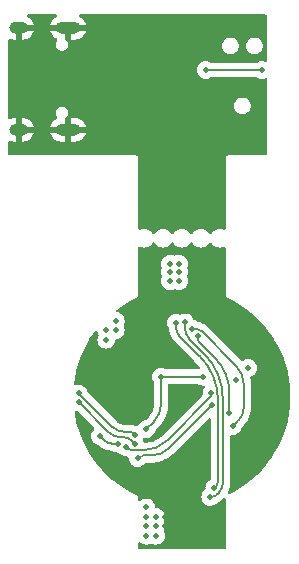
<source format=gbl>
G04 #@! TF.GenerationSoftware,KiCad,Pcbnew,8.0.5-8.0.5-0~ubuntu20.04.1*
G04 #@! TF.CreationDate,2025-01-20T10:50:09+00:00*
G04 #@! TF.ProjectId,servo,73657276-6f2e-46b6-9963-61645f706362,rev?*
G04 #@! TF.SameCoordinates,Original*
G04 #@! TF.FileFunction,Copper,L4,Bot*
G04 #@! TF.FilePolarity,Positive*
%FSLAX46Y46*%
G04 Gerber Fmt 4.6, Leading zero omitted, Abs format (unit mm)*
G04 Created by KiCad (PCBNEW 8.0.5-8.0.5-0~ubuntu20.04.1) date 2025-01-20 10:50:09*
%MOMM*%
%LPD*%
G01*
G04 APERTURE LIST*
G04 #@! TA.AperFunction,ViaPad*
%ADD10C,0.500000*%
G04 #@! TD*
G04 #@! TA.AperFunction,Conductor*
%ADD11C,0.200000*%
G04 #@! TD*
G04 APERTURE END LIST*
G04 #@! TA.AperFunction,ComponentPad*
G36*
G01*
X40910600Y-19280000D02*
X39810600Y-19280000D01*
G75*
G02*
X39310600Y-18780000I0J500000D01*
G01*
X39310600Y-18780000D01*
G75*
G02*
X39810600Y-18280000I500000J0D01*
G01*
X40910600Y-18280000D01*
G75*
G02*
X41410600Y-18780000I0J-500000D01*
G01*
X41410600Y-18780000D01*
G75*
G02*
X40910600Y-19280000I-500000J0D01*
G01*
G37*
G04 #@! TD.AperFunction*
G04 #@! TA.AperFunction,ComponentPad*
G36*
G01*
X36480600Y-19280000D02*
X35880600Y-19280000D01*
G75*
G02*
X35380600Y-18780000I0J500000D01*
G01*
X35380600Y-18780000D01*
G75*
G02*
X35880600Y-18280000I500000J0D01*
G01*
X36480600Y-18280000D01*
G75*
G02*
X36980600Y-18780000I0J-500000D01*
G01*
X36980600Y-18780000D01*
G75*
G02*
X36480600Y-19280000I-500000J0D01*
G01*
G37*
G04 #@! TD.AperFunction*
G04 #@! TA.AperFunction,ComponentPad*
G36*
G01*
X40910600Y-27920000D02*
X39810600Y-27920000D01*
G75*
G02*
X39310600Y-27420000I0J500000D01*
G01*
X39310600Y-27420000D01*
G75*
G02*
X39810600Y-26920000I500000J0D01*
G01*
X40910600Y-26920000D01*
G75*
G02*
X41410600Y-27420000I0J-500000D01*
G01*
X41410600Y-27420000D01*
G75*
G02*
X40910600Y-27920000I-500000J0D01*
G01*
G37*
G04 #@! TD.AperFunction*
G04 #@! TA.AperFunction,ComponentPad*
G36*
G01*
X36480600Y-27920000D02*
X35880600Y-27920000D01*
G75*
G02*
X35380600Y-27420000I0J500000D01*
G01*
X35380600Y-27420000D01*
G75*
G02*
X35880600Y-26920000I500000J0D01*
G01*
X36480600Y-26920000D01*
G75*
G02*
X36980600Y-27420000I0J-500000D01*
G01*
X36980600Y-27420000D01*
G75*
G02*
X36480600Y-27920000I-500000J0D01*
G01*
G37*
G04 #@! TD.AperFunction*
D10*
X50000000Y-55350000D03*
X48000000Y-40250000D03*
X49400000Y-61000000D03*
X44500000Y-50500000D03*
X50000000Y-50000000D03*
X57600000Y-48600000D03*
X46750000Y-42750000D03*
X50200000Y-60200000D03*
X56000000Y-55000000D03*
X43500000Y-49500000D03*
X47750000Y-43750000D03*
X46400000Y-44800000D03*
X46400000Y-46400000D03*
X56600000Y-52600000D03*
X46750000Y-43750000D03*
X45500000Y-24850000D03*
X49400000Y-60200000D03*
X44000000Y-50000000D03*
X48600000Y-61000000D03*
X48600000Y-60200000D03*
X57600000Y-51600000D03*
X56000000Y-56000000D03*
X43500000Y-50500000D03*
X47000000Y-48500000D03*
X44500000Y-49500000D03*
X46400000Y-45600000D03*
X48000000Y-39500000D03*
X45400000Y-44600000D03*
X47750000Y-42750000D03*
X50200000Y-61000000D03*
X56600000Y-47600000D03*
X48229841Y-48320159D03*
X51800000Y-48320159D03*
X47000000Y-52750000D03*
X55600000Y-47600000D03*
X44400000Y-43600000D03*
X47800000Y-61800000D03*
X47000000Y-60200000D03*
X49000000Y-39500000D03*
X43600000Y-45200000D03*
X47000000Y-61800000D03*
X49750000Y-40250000D03*
X43600000Y-44400000D03*
X47000000Y-59400000D03*
X54600000Y-48600000D03*
X44400000Y-44400000D03*
X49000000Y-38750000D03*
X49750000Y-39500000D03*
X47800000Y-60200000D03*
X47000000Y-61000000D03*
X49750000Y-38750000D03*
X47800000Y-61000000D03*
X49000000Y-40250000D03*
X50813909Y-44250000D03*
X54288909Y-52538909D03*
X56750000Y-22350000D03*
X52000000Y-22350000D03*
X51331954Y-44918045D03*
X54013909Y-51400000D03*
X50263909Y-43736091D03*
X52400000Y-58500000D03*
X52750000Y-57750000D03*
X49500000Y-43750000D03*
X46000000Y-54000000D03*
X41250000Y-50500000D03*
X44550000Y-54000000D03*
X43050001Y-53367940D03*
X46250000Y-55250000D03*
X52513909Y-50763909D03*
X45239878Y-54265002D03*
X52500000Y-49750000D03*
X41250000Y-49750000D03*
X46013909Y-53236091D03*
D11*
X47000000Y-52750000D02*
X47614920Y-52135079D01*
X51800000Y-48320159D02*
X48229841Y-48320159D01*
X48229841Y-50650530D02*
X48229841Y-48320159D01*
X48229841Y-50650530D02*
G75*
G02*
X47614899Y-52135058I-2099441J30D01*
G01*
X51127818Y-44250000D02*
X50813909Y-44250000D01*
X55250000Y-50898224D02*
X55250000Y-49074499D01*
X54769454Y-52058363D02*
X54288909Y-52538909D01*
X51663694Y-44471967D02*
X54531420Y-47339693D01*
X54531420Y-47339693D02*
G75*
G02*
X55249997Y-49074499I-1734820J-1734807D01*
G01*
X51663694Y-44471967D02*
G75*
G03*
X51127818Y-44249975I-535894J-535833D01*
G01*
X55250000Y-50898224D02*
G75*
G02*
X54769446Y-52058355I-1640700J24D01*
G01*
X52000000Y-22350000D02*
X56750000Y-22350000D01*
X51331954Y-44918045D02*
X51331954Y-45092156D01*
X54013909Y-49674111D02*
X54013909Y-51400000D01*
X52793521Y-46727835D02*
X51455069Y-45389383D01*
X51331954Y-45092156D02*
G75*
G03*
X51455046Y-45389406I420346J-44D01*
G01*
X52793521Y-46727835D02*
G75*
G02*
X54013888Y-49674111I-2946321J-2946265D01*
G01*
X52400000Y-58500000D02*
X52588909Y-58500000D01*
X50627297Y-45127297D02*
X51870116Y-46370116D01*
X53120863Y-58156954D02*
X52911396Y-58366421D01*
X50263909Y-44250000D02*
X50263909Y-43736091D01*
X53463909Y-57328769D02*
X53463909Y-50217872D01*
X52911396Y-58366421D02*
G75*
G02*
X52588909Y-58499996I-322496J322521D01*
G01*
X53463909Y-57328769D02*
G75*
G02*
X53120874Y-58156965I-1171209J-31D01*
G01*
X50263909Y-44250000D02*
G75*
G03*
X50627296Y-45127298I1240691J0D01*
G01*
X51870116Y-46370116D02*
G75*
G02*
X53463940Y-50217872I-3847716J-3847784D01*
G01*
X52906954Y-57593045D02*
X52750000Y-57750000D01*
X53063909Y-57214123D02*
X53063909Y-50383558D01*
X49500000Y-44157843D02*
X49500000Y-43750000D01*
X49788388Y-44854074D02*
X51470116Y-46535802D01*
X51470116Y-46535802D02*
G75*
G02*
X53063950Y-50383558I-3847716J-3847798D01*
G01*
X49500000Y-44157843D02*
G75*
G03*
X49788414Y-44854048I984600J43D01*
G01*
X53063909Y-57214123D02*
G75*
G02*
X52906949Y-57593040I-535909J23D01*
G01*
X41250000Y-50500000D02*
X43758058Y-53008058D01*
X45061091Y-53450000D02*
X44825000Y-53450000D01*
X45725000Y-53725000D02*
X46000000Y-54000000D01*
X45725000Y-53725000D02*
G75*
G03*
X45061091Y-53450004I-663900J-663900D01*
G01*
X43758058Y-53008058D02*
G75*
G03*
X44825000Y-53449995I1066942J1066958D01*
G01*
X43050001Y-53367940D02*
X43375198Y-53693137D01*
X44550000Y-54000000D02*
X44116030Y-54000000D01*
X43375198Y-53693137D02*
G75*
G03*
X44116030Y-53999977I740802J740837D01*
G01*
X47388909Y-55000000D02*
X46676776Y-55000000D01*
X46375000Y-55125000D02*
X46250000Y-55250000D01*
X48906371Y-54371446D02*
X52513909Y-50763909D01*
X46676776Y-55000000D02*
G75*
G03*
X46375007Y-55125007I24J-426800D01*
G01*
X48906371Y-54371446D02*
G75*
G02*
X47388909Y-55000010I-1517471J1517446D01*
G01*
X52500000Y-49875000D02*
X52500000Y-49750000D01*
X45382377Y-54407501D02*
X45239878Y-54265002D01*
X45726400Y-54550000D02*
X46737438Y-54550000D01*
X52411611Y-50088388D02*
X48807410Y-53692589D01*
X52500000Y-49875000D02*
G75*
G02*
X52411616Y-50088393I-301800J0D01*
G01*
X45382377Y-54407501D02*
G75*
G03*
X45726400Y-54550006I344023J344001D01*
G01*
X48807410Y-53692589D02*
G75*
G02*
X46737438Y-54550021I-2070010J2069989D01*
G01*
X45152818Y-53000000D02*
X45610876Y-53000000D01*
X41263909Y-49750000D02*
X41250000Y-49750000D01*
X46013909Y-53236091D02*
X45895863Y-53118045D01*
X44085876Y-52558058D02*
X41287653Y-49759835D01*
X44085876Y-52558058D02*
G75*
G03*
X45152818Y-52999982I1066924J1066958D01*
G01*
X41287653Y-49759835D02*
G75*
G03*
X41263909Y-49750000I-23753J-23765D01*
G01*
X45895863Y-53118045D02*
G75*
G03*
X45610876Y-53000007I-284963J-284955D01*
G01*
G04 #@! TA.AperFunction,Conductor*
G36*
X41075999Y-51234234D02*
G01*
X41081938Y-51236312D01*
X41081941Y-51236313D01*
X41100961Y-51238455D01*
X41165373Y-51265520D01*
X41174759Y-51273994D01*
X42540989Y-52640225D01*
X42574473Y-52701546D01*
X42569489Y-52771238D01*
X42540989Y-52815585D01*
X42459519Y-52897055D01*
X42369548Y-53040242D01*
X42369546Y-53040245D01*
X42313686Y-53199883D01*
X42294752Y-53367937D01*
X42294752Y-53367942D01*
X42313686Y-53535996D01*
X42369546Y-53695634D01*
X42369548Y-53695637D01*
X42459519Y-53838824D01*
X42459524Y-53838830D01*
X42579110Y-53958416D01*
X42579116Y-53958421D01*
X42722303Y-54048392D01*
X42722309Y-54048395D01*
X42722311Y-54048396D01*
X42881942Y-54104253D01*
X42900926Y-54106391D01*
X42965339Y-54133456D01*
X42974722Y-54141928D01*
X43026961Y-54194163D01*
X43026973Y-54194174D01*
X43198371Y-54325686D01*
X43198376Y-54325689D01*
X43198379Y-54325691D01*
X43385494Y-54433716D01*
X43585108Y-54516393D01*
X43793807Y-54572307D01*
X44008018Y-54600503D01*
X44059335Y-54600501D01*
X44125312Y-54619508D01*
X44222308Y-54680455D01*
X44222310Y-54680456D01*
X44381941Y-54736313D01*
X44423955Y-54741047D01*
X44549997Y-54755249D01*
X44550000Y-54755249D01*
X44550001Y-54755249D01*
X44565513Y-54753501D01*
X44597391Y-54749909D01*
X44666213Y-54761963D01*
X44698957Y-54785448D01*
X44768987Y-54855478D01*
X44768993Y-54855483D01*
X44912180Y-54945454D01*
X44912186Y-54945457D01*
X44912188Y-54945458D01*
X45071819Y-55001315D01*
X45178912Y-55013381D01*
X45221319Y-55026116D01*
X45309121Y-55070856D01*
X45411437Y-55104101D01*
X45469111Y-55143539D01*
X45496309Y-55207898D01*
X45496338Y-55235912D01*
X45494751Y-55250000D01*
X45494751Y-55250002D01*
X45513685Y-55418056D01*
X45569545Y-55577694D01*
X45569547Y-55577697D01*
X45659518Y-55720884D01*
X45659523Y-55720890D01*
X45779109Y-55840476D01*
X45779115Y-55840481D01*
X45922302Y-55930452D01*
X45922305Y-55930454D01*
X45922309Y-55930455D01*
X45922310Y-55930456D01*
X45994913Y-55955860D01*
X46081943Y-55986314D01*
X46249997Y-56005249D01*
X46250000Y-56005249D01*
X46250003Y-56005249D01*
X46418056Y-55986314D01*
X46418059Y-55986313D01*
X46577690Y-55930456D01*
X46577692Y-55930454D01*
X46577694Y-55930454D01*
X46577697Y-55930452D01*
X46720884Y-55840481D01*
X46720885Y-55840480D01*
X46720890Y-55840477D01*
X46840477Y-55720890D01*
X46879662Y-55658526D01*
X46931995Y-55612237D01*
X46984655Y-55600500D01*
X47315998Y-55600500D01*
X47337540Y-55600500D01*
X47337574Y-55600509D01*
X47388912Y-55600509D01*
X47388912Y-55600510D01*
X47523840Y-55600509D01*
X47792396Y-55574057D01*
X48057067Y-55521410D01*
X48170602Y-55486968D01*
X48315295Y-55443076D01*
X48315300Y-55443073D01*
X48315303Y-55443073D01*
X48564616Y-55339802D01*
X48802607Y-55212591D01*
X49026984Y-55062665D01*
X49235584Y-54891469D01*
X49330992Y-54796060D01*
X52251728Y-51875324D01*
X52313051Y-51841839D01*
X52382743Y-51846823D01*
X52438676Y-51888695D01*
X52463093Y-51954159D01*
X52463409Y-51963005D01*
X52463409Y-56975187D01*
X52443724Y-57042226D01*
X52405382Y-57080180D01*
X52279111Y-57159521D01*
X52159523Y-57279109D01*
X52159518Y-57279115D01*
X52069547Y-57422302D01*
X52069545Y-57422305D01*
X52013685Y-57581943D01*
X51994751Y-57749997D01*
X51994751Y-57750000D01*
X51996543Y-57765903D01*
X51998473Y-57783036D01*
X51986417Y-57851857D01*
X51941228Y-57901908D01*
X51929113Y-57909520D01*
X51929107Y-57909525D01*
X51809523Y-58029109D01*
X51809518Y-58029115D01*
X51719547Y-58172302D01*
X51719545Y-58172305D01*
X51663685Y-58331943D01*
X51644751Y-58499997D01*
X51644751Y-58500002D01*
X51663685Y-58668056D01*
X51719545Y-58827694D01*
X51719547Y-58827697D01*
X51809518Y-58970884D01*
X51809523Y-58970890D01*
X51929109Y-59090476D01*
X51929115Y-59090481D01*
X52072302Y-59180452D01*
X52072305Y-59180454D01*
X52072309Y-59180455D01*
X52072310Y-59180456D01*
X52144913Y-59205860D01*
X52231943Y-59236314D01*
X52399997Y-59255249D01*
X52400000Y-59255249D01*
X52400003Y-59255249D01*
X52568056Y-59236314D01*
X52580545Y-59231944D01*
X52727690Y-59180456D01*
X52870890Y-59090477D01*
X52890175Y-59071190D01*
X52939538Y-59040940D01*
X52994482Y-59023089D01*
X53142657Y-58947593D01*
X53277199Y-58849848D01*
X53277209Y-58849837D01*
X53277230Y-58849820D01*
X53280108Y-58846942D01*
X53280112Y-58846940D01*
X53335997Y-58791055D01*
X53387557Y-58739499D01*
X53387557Y-58739498D01*
X53393813Y-58733243D01*
X53393843Y-58733207D01*
X53487820Y-58639231D01*
X53549143Y-58605748D01*
X53618834Y-58610732D01*
X53674768Y-58652604D01*
X53699184Y-58718069D01*
X53699500Y-58726914D01*
X53699500Y-62825500D01*
X53679815Y-62892539D01*
X53627011Y-62938294D01*
X53575500Y-62949500D01*
X46424500Y-62949500D01*
X46357461Y-62929815D01*
X46311706Y-62877011D01*
X46300500Y-62825500D01*
X46300500Y-62461229D01*
X46320185Y-62394190D01*
X46372989Y-62348435D01*
X46442147Y-62338491D01*
X46505703Y-62367516D01*
X46512181Y-62373548D01*
X46529109Y-62390476D01*
X46529115Y-62390481D01*
X46672302Y-62480452D01*
X46672305Y-62480454D01*
X46672309Y-62480455D01*
X46672310Y-62480456D01*
X46744913Y-62505860D01*
X46831943Y-62536314D01*
X46999997Y-62555249D01*
X47000000Y-62555249D01*
X47000003Y-62555249D01*
X47100835Y-62543887D01*
X47168059Y-62536313D01*
X47327690Y-62480456D01*
X47334024Y-62476475D01*
X47401258Y-62457472D01*
X47465975Y-62476475D01*
X47472304Y-62480452D01*
X47472312Y-62480457D01*
X47546020Y-62506248D01*
X47631941Y-62536313D01*
X47673955Y-62541047D01*
X47799997Y-62555249D01*
X47800000Y-62555249D01*
X47800003Y-62555249D01*
X47968056Y-62536314D01*
X47968059Y-62536313D01*
X48127690Y-62480456D01*
X48127692Y-62480454D01*
X48127694Y-62480454D01*
X48127697Y-62480452D01*
X48270884Y-62390481D01*
X48270885Y-62390480D01*
X48270890Y-62390477D01*
X48390477Y-62270890D01*
X48480452Y-62127697D01*
X48480454Y-62127694D01*
X48480454Y-62127692D01*
X48480456Y-62127690D01*
X48536313Y-61968059D01*
X48536313Y-61968058D01*
X48536314Y-61968056D01*
X48555249Y-61800002D01*
X48555249Y-61799997D01*
X48536313Y-61631942D01*
X48480457Y-61472312D01*
X48480456Y-61472310D01*
X48476475Y-61465975D01*
X48457472Y-61398742D01*
X48476475Y-61334024D01*
X48480456Y-61327690D01*
X48536313Y-61168059D01*
X48555249Y-61000000D01*
X48536313Y-60831941D01*
X48480456Y-60672310D01*
X48476475Y-60665975D01*
X48457472Y-60598742D01*
X48476475Y-60534024D01*
X48480456Y-60527690D01*
X48536313Y-60368059D01*
X48555249Y-60200000D01*
X48555249Y-60199997D01*
X48536314Y-60031943D01*
X48480454Y-59872305D01*
X48480452Y-59872302D01*
X48390481Y-59729115D01*
X48390476Y-59729109D01*
X48270890Y-59609523D01*
X48270884Y-59609518D01*
X48127697Y-59519547D01*
X48127694Y-59519545D01*
X47968055Y-59463685D01*
X47858045Y-59451290D01*
X47793631Y-59424223D01*
X47754076Y-59366628D01*
X47748709Y-59341953D01*
X47736314Y-59231944D01*
X47718296Y-59180452D01*
X47680456Y-59072310D01*
X47680455Y-59072309D01*
X47680454Y-59072305D01*
X47680452Y-59072302D01*
X47590481Y-58929115D01*
X47590476Y-58929109D01*
X47470890Y-58809523D01*
X47470884Y-58809518D01*
X47327697Y-58719547D01*
X47327694Y-58719545D01*
X47168056Y-58663685D01*
X47000003Y-58644751D01*
X46999997Y-58644751D01*
X46831943Y-58663685D01*
X46672305Y-58719545D01*
X46672302Y-58719547D01*
X46529115Y-58809518D01*
X46529109Y-58809523D01*
X46512181Y-58826452D01*
X46450858Y-58859937D01*
X46381166Y-58854953D01*
X46325233Y-58813081D01*
X46300816Y-58747617D01*
X46300500Y-58738771D01*
X46300500Y-58635658D01*
X46301403Y-58620719D01*
X46304045Y-58598947D01*
X46302812Y-58592651D01*
X46301096Y-58574966D01*
X46300500Y-58570437D01*
X46294018Y-58546250D01*
X46292107Y-58537999D01*
X46285749Y-58505534D01*
X46285477Y-58505046D01*
X46280785Y-58495334D01*
X46277176Y-58489084D01*
X46261912Y-58462646D01*
X46261044Y-58461115D01*
X46239482Y-58422345D01*
X46210229Y-58395144D01*
X46207014Y-58392043D01*
X46184513Y-58369542D01*
X46184511Y-58369540D01*
X46184508Y-58369538D01*
X46178760Y-58365127D01*
X46169819Y-58357568D01*
X46169778Y-58357530D01*
X46169773Y-58357526D01*
X46143674Y-58345401D01*
X46133921Y-58340332D01*
X46115987Y-58329978D01*
X46108480Y-58326868D01*
X46108528Y-58326751D01*
X46095556Y-58321801D01*
X45597570Y-58070491D01*
X45590507Y-58066634D01*
X45083382Y-57767951D01*
X45076584Y-57763645D01*
X44607813Y-57444880D01*
X44589865Y-57432675D01*
X44583377Y-57427948D01*
X44392424Y-57279109D01*
X44119175Y-57066123D01*
X44112992Y-57060973D01*
X43673227Y-56669794D01*
X43667391Y-56664253D01*
X43253935Y-56245384D01*
X43248471Y-56239477D01*
X42863042Y-55794657D01*
X42857973Y-55788407D01*
X42749556Y-55645519D01*
X42502225Y-55319548D01*
X42497573Y-55312986D01*
X42172968Y-54822013D01*
X42168757Y-54815170D01*
X42157836Y-54796064D01*
X41950724Y-54433714D01*
X41876687Y-54304183D01*
X41872923Y-54297070D01*
X41614619Y-53768233D01*
X41611323Y-53760892D01*
X41438782Y-53340481D01*
X41387854Y-53216391D01*
X41385044Y-53208855D01*
X41340916Y-53077690D01*
X41197367Y-52651015D01*
X41195052Y-52643314D01*
X41150431Y-52475332D01*
X41043954Y-52074482D01*
X41042143Y-52066646D01*
X40928253Y-51489177D01*
X40926962Y-51481286D01*
X40912084Y-51367323D01*
X40922925Y-51298302D01*
X40969362Y-51246097D01*
X41036651Y-51227284D01*
X41075999Y-51234234D01*
G37*
G04 #@! TD.AperFunction*
G04 #@! TA.AperFunction,Conductor*
G36*
X52480243Y-36969948D02*
G01*
X52504992Y-36998509D01*
X52570184Y-37102262D01*
X52697738Y-37229816D01*
X52850478Y-37325789D01*
X53008353Y-37381032D01*
X53020745Y-37385368D01*
X53020750Y-37385369D01*
X53199996Y-37405565D01*
X53200000Y-37405565D01*
X53200004Y-37405565D01*
X53379249Y-37385369D01*
X53379251Y-37385368D01*
X53379255Y-37385368D01*
X53379258Y-37385366D01*
X53379262Y-37385366D01*
X53534545Y-37331030D01*
X53604324Y-37327468D01*
X53664951Y-37362196D01*
X53697179Y-37424190D01*
X53699500Y-37448071D01*
X53699500Y-41364341D01*
X53698597Y-41379279D01*
X53695954Y-41401051D01*
X53697188Y-41407347D01*
X53698902Y-41425021D01*
X53699500Y-41429561D01*
X53705981Y-41453751D01*
X53707892Y-41462005D01*
X53714249Y-41494459D01*
X53714250Y-41494462D01*
X53714251Y-41494466D01*
X53714253Y-41494470D01*
X53714254Y-41494472D01*
X53714531Y-41494971D01*
X53719224Y-41504684D01*
X53738044Y-41537281D01*
X53738995Y-41538957D01*
X53760518Y-41577655D01*
X53760519Y-41577656D01*
X53760520Y-41577657D01*
X53789740Y-41604827D01*
X53792958Y-41607929D01*
X53815486Y-41630457D01*
X53815491Y-41630462D01*
X53821237Y-41634871D01*
X53830182Y-41642433D01*
X53830227Y-41642474D01*
X53856323Y-41654597D01*
X53866068Y-41659661D01*
X53884011Y-41670021D01*
X53884013Y-41670022D01*
X53891519Y-41673131D01*
X53891470Y-41673247D01*
X53904440Y-41678197D01*
X54242882Y-41848992D01*
X54402429Y-41929508D01*
X54409492Y-41933365D01*
X54916617Y-42232048D01*
X54923416Y-42236354D01*
X55410139Y-42567328D01*
X55416616Y-42572047D01*
X55648727Y-42752966D01*
X55880824Y-42933876D01*
X55887007Y-42939026D01*
X56326772Y-43330205D01*
X56332608Y-43335746D01*
X56746064Y-43754615D01*
X56751528Y-43760522D01*
X57136957Y-44205342D01*
X57142026Y-44211592D01*
X57497772Y-44680448D01*
X57502426Y-44687013D01*
X57827024Y-45177976D01*
X57831242Y-45184829D01*
X58123312Y-45695816D01*
X58127076Y-45702929D01*
X58385380Y-46231766D01*
X58388676Y-46239107D01*
X58612143Y-46783604D01*
X58614955Y-46791144D01*
X58802630Y-47348979D01*
X58804947Y-47356685D01*
X58956043Y-47925512D01*
X58957856Y-47933353D01*
X59071741Y-48510797D01*
X59073041Y-48518738D01*
X59149231Y-49102349D01*
X59150013Y-49110358D01*
X59188189Y-49697678D01*
X59188450Y-49705721D01*
X59188450Y-50294278D01*
X59188189Y-50302321D01*
X59150013Y-50889641D01*
X59149231Y-50897650D01*
X59073041Y-51481261D01*
X59071741Y-51489202D01*
X58957856Y-52066646D01*
X58956043Y-52074487D01*
X58804947Y-52643314D01*
X58802630Y-52651020D01*
X58614955Y-53208855D01*
X58612143Y-53216395D01*
X58388676Y-53760892D01*
X58385380Y-53768233D01*
X58127076Y-54297070D01*
X58123312Y-54304183D01*
X57831242Y-54815170D01*
X57827024Y-54822023D01*
X57502426Y-55312986D01*
X57497772Y-55319551D01*
X57142026Y-55788407D01*
X57136957Y-55794657D01*
X56751528Y-56239477D01*
X56746064Y-56245384D01*
X56332608Y-56664253D01*
X56326772Y-56669794D01*
X55887007Y-57060973D01*
X55880824Y-57066123D01*
X55416630Y-57427942D01*
X55410126Y-57432681D01*
X54923415Y-57763645D01*
X54916617Y-57767951D01*
X54409492Y-58066634D01*
X54402429Y-58070491D01*
X54069513Y-58238498D01*
X54000794Y-58251128D01*
X53936156Y-58224601D01*
X53896121Y-58167339D01*
X53893399Y-58097522D01*
X53899080Y-58080357D01*
X53973995Y-57899490D01*
X54034102Y-57675148D01*
X54064412Y-57444880D01*
X54064409Y-57328753D01*
X54064409Y-57315470D01*
X54064409Y-53407619D01*
X54084094Y-53340580D01*
X54136898Y-53294825D01*
X54202293Y-53284399D01*
X54288906Y-53294158D01*
X54288909Y-53294158D01*
X54288912Y-53294158D01*
X54456965Y-53275223D01*
X54471097Y-53270278D01*
X54616599Y-53219365D01*
X54616601Y-53219363D01*
X54616603Y-53219363D01*
X54616606Y-53219361D01*
X54759793Y-53129390D01*
X54759794Y-53129389D01*
X54759799Y-53129386D01*
X54879386Y-53009799D01*
X54879390Y-53009793D01*
X54969361Y-52866606D01*
X54969364Y-52866600D01*
X54969365Y-52866599D01*
X55025222Y-52706968D01*
X55027365Y-52687946D01*
X55054428Y-52623534D01*
X55062884Y-52614167D01*
X55249974Y-52427078D01*
X55249975Y-52427075D01*
X55256074Y-52420977D01*
X55256178Y-52420857D01*
X55283059Y-52393977D01*
X55440007Y-52197173D01*
X55573933Y-51984034D01*
X55683153Y-51757241D01*
X55766294Y-51519645D01*
X55822311Y-51274234D01*
X55841549Y-51103511D01*
X55850498Y-51024097D01*
X55850498Y-50991727D01*
X55850500Y-50991710D01*
X55850500Y-50854141D01*
X55850501Y-50825319D01*
X55850500Y-50825314D01*
X55850500Y-48995442D01*
X55850500Y-48987383D01*
X55850496Y-48987321D01*
X55850496Y-48924474D01*
X55850120Y-48920659D01*
X55821085Y-48625861D01*
X55784803Y-48443458D01*
X55791030Y-48373870D01*
X55833893Y-48318693D01*
X55865463Y-48302229D01*
X55927690Y-48280456D01*
X55927693Y-48280453D01*
X55927697Y-48280452D01*
X56070884Y-48190481D01*
X56070885Y-48190480D01*
X56070890Y-48190477D01*
X56190477Y-48070890D01*
X56190481Y-48070884D01*
X56280452Y-47927697D01*
X56280454Y-47927694D01*
X56280454Y-47927692D01*
X56280456Y-47927690D01*
X56336313Y-47768059D01*
X56336313Y-47768058D01*
X56336314Y-47768056D01*
X56355249Y-47600002D01*
X56355249Y-47599997D01*
X56336314Y-47431943D01*
X56280454Y-47272305D01*
X56280452Y-47272302D01*
X56190481Y-47129115D01*
X56190476Y-47129109D01*
X56070890Y-47009523D01*
X56070884Y-47009518D01*
X55927697Y-46919547D01*
X55927694Y-46919545D01*
X55768056Y-46863685D01*
X55600003Y-46844751D01*
X55599997Y-46844751D01*
X55431943Y-46863685D01*
X55272307Y-46919545D01*
X55207231Y-46960436D01*
X55166730Y-46985885D01*
X55164554Y-46987252D01*
X55097318Y-47006252D01*
X55030482Y-46985885D01*
X55010901Y-46969939D01*
X52026742Y-43985780D01*
X52026504Y-43985571D01*
X52025375Y-43984442D01*
X52025372Y-43984440D01*
X52025371Y-43984439D01*
X52025366Y-43984434D01*
X51884105Y-43876029D01*
X51884099Y-43876025D01*
X51884097Y-43876024D01*
X51822829Y-43840647D01*
X51729902Y-43786990D01*
X51729897Y-43786988D01*
X51729888Y-43786983D01*
X51565401Y-43718843D01*
X51393404Y-43672750D01*
X51309486Y-43661699D01*
X51259704Y-43643754D01*
X51141599Y-43569544D01*
X51141595Y-43569542D01*
X51037463Y-43533104D01*
X50980687Y-43492382D01*
X50961376Y-43457017D01*
X50952602Y-43431943D01*
X50944365Y-43408401D01*
X50944364Y-43408398D01*
X50944361Y-43408393D01*
X50854390Y-43265206D01*
X50854385Y-43265200D01*
X50734799Y-43145614D01*
X50734793Y-43145609D01*
X50591606Y-43055638D01*
X50591603Y-43055636D01*
X50431965Y-42999776D01*
X50263912Y-42980842D01*
X50263906Y-42980842D01*
X50095852Y-42999776D01*
X49936215Y-43055636D01*
X49933733Y-43057196D01*
X49931903Y-43057712D01*
X49929947Y-43058655D01*
X49929781Y-43058312D01*
X49866494Y-43076189D01*
X49826817Y-43069238D01*
X49668057Y-43013686D01*
X49500003Y-42994751D01*
X49499997Y-42994751D01*
X49331943Y-43013685D01*
X49172305Y-43069545D01*
X49172302Y-43069547D01*
X49029115Y-43159518D01*
X49029109Y-43159523D01*
X48909523Y-43279109D01*
X48909518Y-43279115D01*
X48819547Y-43422302D01*
X48819545Y-43422305D01*
X48763685Y-43581943D01*
X48744751Y-43749997D01*
X48744751Y-43750002D01*
X48763685Y-43918056D01*
X48791919Y-43998742D01*
X48817661Y-44072310D01*
X48819545Y-44077692D01*
X48880461Y-44174639D01*
X48899467Y-44240601D01*
X48899468Y-44261761D01*
X48926599Y-44467776D01*
X48926601Y-44467785D01*
X48980386Y-44668478D01*
X48980389Y-44668485D01*
X49059916Y-44860455D01*
X49059917Y-44860456D01*
X49059917Y-44860457D01*
X49163815Y-45040397D01*
X49163819Y-45040402D01*
X49290321Y-45205248D01*
X49343123Y-45258046D01*
X49346347Y-45261269D01*
X49346348Y-45261271D01*
X49372076Y-45286997D01*
X49372079Y-45287000D01*
X51043790Y-46958712D01*
X51047164Y-46962221D01*
X51300221Y-47235971D01*
X51306544Y-47243374D01*
X51417426Y-47384024D01*
X51484979Y-47469713D01*
X51511025Y-47534546D01*
X51497885Y-47603169D01*
X51453574Y-47651474D01*
X51375310Y-47700652D01*
X51309337Y-47719659D01*
X48720504Y-47719659D01*
X48654532Y-47700653D01*
X48654530Y-47700652D01*
X48624576Y-47681830D01*
X48557533Y-47639704D01*
X48557532Y-47639703D01*
X48557531Y-47639703D01*
X48519211Y-47626294D01*
X48397897Y-47583844D01*
X48229844Y-47564910D01*
X48229838Y-47564910D01*
X48061784Y-47583844D01*
X47902146Y-47639704D01*
X47902143Y-47639706D01*
X47758956Y-47729677D01*
X47758950Y-47729682D01*
X47639364Y-47849268D01*
X47639359Y-47849274D01*
X47549388Y-47992461D01*
X47549386Y-47992464D01*
X47493526Y-48152102D01*
X47474592Y-48320156D01*
X47474592Y-48320161D01*
X47493527Y-48488216D01*
X47549385Y-48647849D01*
X47610334Y-48744848D01*
X47629341Y-48810821D01*
X47629341Y-50646466D01*
X47629075Y-50654579D01*
X47617045Y-50838062D01*
X47614928Y-50854141D01*
X47579846Y-51030501D01*
X47575648Y-51046169D01*
X47517842Y-51216451D01*
X47511634Y-51231437D01*
X47432101Y-51392706D01*
X47423991Y-51406752D01*
X47324089Y-51556261D01*
X47314214Y-51569130D01*
X47192673Y-51707714D01*
X47187128Y-51713634D01*
X46924758Y-51976004D01*
X46863435Y-52009489D01*
X46850966Y-52011543D01*
X46840437Y-52012729D01*
X46831941Y-52013687D01*
X46831940Y-52013687D01*
X46672307Y-52069544D01*
X46672302Y-52069547D01*
X46529115Y-52159518D01*
X46529109Y-52159523D01*
X46409523Y-52279109D01*
X46409518Y-52279115D01*
X46319548Y-52422300D01*
X46316526Y-52428578D01*
X46314402Y-52427555D01*
X46280113Y-52475332D01*
X46215152Y-52501058D01*
X46189025Y-52499323D01*
X46188887Y-52500557D01*
X46032794Y-52482969D01*
X45999220Y-52474308D01*
X45996080Y-52473007D01*
X45845855Y-52424202D01*
X45845851Y-52424201D01*
X45696529Y-52400557D01*
X45694221Y-52400065D01*
X45691122Y-52399656D01*
X45690025Y-52399496D01*
X45689825Y-52399496D01*
X45610840Y-52399500D01*
X45157683Y-52399500D01*
X45147957Y-52399118D01*
X45108202Y-52395989D01*
X45020431Y-52389083D01*
X45001213Y-52386039D01*
X44881596Y-52357323D01*
X44863090Y-52351311D01*
X44749416Y-52304227D01*
X44732085Y-52295396D01*
X44627180Y-52231113D01*
X44611449Y-52219684D01*
X44514344Y-52136751D01*
X44507193Y-52130140D01*
X42019654Y-49642601D01*
X41989575Y-49588177D01*
X41988613Y-49588514D01*
X41986630Y-49582848D01*
X41986444Y-49582511D01*
X41986315Y-49581948D01*
X41953025Y-49486811D01*
X41930456Y-49422310D01*
X41930455Y-49422309D01*
X41930454Y-49422305D01*
X41930452Y-49422302D01*
X41840481Y-49279115D01*
X41840476Y-49279109D01*
X41720890Y-49159523D01*
X41720884Y-49159518D01*
X41577697Y-49069547D01*
X41577694Y-49069545D01*
X41418056Y-49013685D01*
X41250003Y-48994751D01*
X41249997Y-48994751D01*
X41081940Y-49013686D01*
X41081937Y-49013687D01*
X41041794Y-49027733D01*
X40972016Y-49031294D01*
X40911389Y-48996564D01*
X40879163Y-48934570D01*
X40877885Y-48894639D01*
X40926962Y-48518708D01*
X40928252Y-48510827D01*
X41042145Y-47933342D01*
X41043956Y-47925512D01*
X41064207Y-47849274D01*
X41195055Y-47356672D01*
X41197369Y-47348979D01*
X41223164Y-47272310D01*
X41385049Y-46791130D01*
X41387850Y-46783618D01*
X41611324Y-46239104D01*
X41614619Y-46231766D01*
X41872923Y-45702929D01*
X41876687Y-45695816D01*
X42168771Y-45184805D01*
X42172960Y-45178000D01*
X42497585Y-44686995D01*
X42502214Y-44680465D01*
X42640669Y-44497988D01*
X42696873Y-44456481D01*
X42766595Y-44451948D01*
X42827700Y-44485830D01*
X42860787Y-44547369D01*
X42862672Y-44559057D01*
X42863685Y-44568056D01*
X42896853Y-44662844D01*
X42919544Y-44727690D01*
X42921173Y-44730284D01*
X42923529Y-44734033D01*
X42942525Y-44801270D01*
X42923529Y-44865967D01*
X42919545Y-44872308D01*
X42863685Y-45031943D01*
X42844751Y-45199997D01*
X42844751Y-45200002D01*
X42863685Y-45368056D01*
X42919545Y-45527694D01*
X42919547Y-45527697D01*
X43009518Y-45670884D01*
X43009523Y-45670890D01*
X43129109Y-45790476D01*
X43129115Y-45790481D01*
X43272302Y-45880452D01*
X43272305Y-45880454D01*
X43272309Y-45880455D01*
X43272310Y-45880456D01*
X43344913Y-45905860D01*
X43431943Y-45936314D01*
X43599997Y-45955249D01*
X43600000Y-45955249D01*
X43600003Y-45955249D01*
X43768056Y-45936314D01*
X43768059Y-45936313D01*
X43927690Y-45880456D01*
X43927692Y-45880454D01*
X43927694Y-45880454D01*
X43927697Y-45880452D01*
X44070884Y-45790481D01*
X44070885Y-45790480D01*
X44070890Y-45790477D01*
X44190477Y-45670890D01*
X44280452Y-45527697D01*
X44280454Y-45527694D01*
X44280454Y-45527692D01*
X44280456Y-45527690D01*
X44336313Y-45368059D01*
X44336313Y-45368057D01*
X44336314Y-45368055D01*
X44348709Y-45258046D01*
X44375775Y-45193632D01*
X44433370Y-45154077D01*
X44458046Y-45148709D01*
X44568055Y-45136314D01*
X44568057Y-45136313D01*
X44568059Y-45136313D01*
X44727690Y-45080456D01*
X44727692Y-45080454D01*
X44727694Y-45080454D01*
X44727697Y-45080452D01*
X44870884Y-44990481D01*
X44870885Y-44990480D01*
X44870890Y-44990477D01*
X44990477Y-44870890D01*
X44990481Y-44870884D01*
X45080452Y-44727697D01*
X45080454Y-44727694D01*
X45080455Y-44727691D01*
X45080456Y-44727690D01*
X45136313Y-44568059D01*
X45136313Y-44568058D01*
X45136314Y-44568056D01*
X45155249Y-44400002D01*
X45155249Y-44399997D01*
X45136313Y-44231942D01*
X45129192Y-44211592D01*
X45106248Y-44146020D01*
X45080457Y-44072312D01*
X45080456Y-44072310D01*
X45076475Y-44065975D01*
X45057472Y-43998742D01*
X45076475Y-43934024D01*
X45080456Y-43927690D01*
X45136313Y-43768059D01*
X45148695Y-43658164D01*
X45155249Y-43600002D01*
X45155249Y-43599997D01*
X45136314Y-43431943D01*
X45080454Y-43272305D01*
X45080452Y-43272302D01*
X44990481Y-43129115D01*
X44990476Y-43129109D01*
X44870890Y-43009523D01*
X44870884Y-43009518D01*
X44727697Y-42919547D01*
X44727694Y-42919545D01*
X44568056Y-42863686D01*
X44556759Y-42862413D01*
X44492346Y-42835345D01*
X44452792Y-42777749D01*
X44450656Y-42707912D01*
X44486616Y-42648006D01*
X44494403Y-42641402D01*
X44583397Y-42572036D01*
X44589845Y-42567338D01*
X45076597Y-42236345D01*
X45083369Y-42232055D01*
X45590514Y-41933360D01*
X45597563Y-41929511D01*
X46095559Y-41678196D01*
X46108522Y-41673251D01*
X46108474Y-41673134D01*
X46115983Y-41670023D01*
X46115984Y-41670022D01*
X46115989Y-41670021D01*
X46133941Y-41659655D01*
X46143675Y-41654597D01*
X46169773Y-41642474D01*
X46169817Y-41642433D01*
X46178781Y-41634855D01*
X46184503Y-41630464D01*
X46184511Y-41630460D01*
X46207026Y-41607943D01*
X46210211Y-41604871D01*
X46239482Y-41577655D01*
X46261060Y-41538855D01*
X46261864Y-41537436D01*
X46280021Y-41505989D01*
X46280022Y-41505983D01*
X46280793Y-41504649D01*
X46285474Y-41494959D01*
X46285749Y-41494466D01*
X46292106Y-41462005D01*
X46294021Y-41453740D01*
X46300500Y-41429564D01*
X46301095Y-41425038D01*
X46302812Y-41407347D01*
X46304045Y-41401051D01*
X46301403Y-41379279D01*
X46300500Y-41364341D01*
X46300500Y-38749997D01*
X48244751Y-38749997D01*
X48244751Y-38750002D01*
X48263685Y-38918056D01*
X48321768Y-39084045D01*
X48325329Y-39153824D01*
X48321768Y-39165955D01*
X48263685Y-39331943D01*
X48244751Y-39499997D01*
X48244751Y-39500002D01*
X48263685Y-39668056D01*
X48321768Y-39834045D01*
X48325329Y-39903824D01*
X48321768Y-39915955D01*
X48263685Y-40081943D01*
X48244751Y-40249997D01*
X48244751Y-40250002D01*
X48263685Y-40418056D01*
X48319545Y-40577694D01*
X48319547Y-40577697D01*
X48409518Y-40720884D01*
X48409523Y-40720890D01*
X48529109Y-40840476D01*
X48529115Y-40840481D01*
X48672302Y-40930452D01*
X48672305Y-40930454D01*
X48672309Y-40930455D01*
X48672310Y-40930456D01*
X48744913Y-40955860D01*
X48831943Y-40986314D01*
X48999997Y-41005249D01*
X49000000Y-41005249D01*
X49000003Y-41005249D01*
X49168059Y-40986313D01*
X49168060Y-40986313D01*
X49257237Y-40955108D01*
X49327690Y-40930456D01*
X49327690Y-40930455D01*
X49334045Y-40928232D01*
X49403824Y-40924670D01*
X49415955Y-40928232D01*
X49422309Y-40930455D01*
X49422310Y-40930456D01*
X49465918Y-40945715D01*
X49581939Y-40986313D01*
X49749997Y-41005249D01*
X49750000Y-41005249D01*
X49750003Y-41005249D01*
X49918056Y-40986314D01*
X49918059Y-40986313D01*
X50077690Y-40930456D01*
X50077692Y-40930454D01*
X50077694Y-40930454D01*
X50077697Y-40930452D01*
X50220884Y-40840481D01*
X50220885Y-40840480D01*
X50220890Y-40840477D01*
X50340477Y-40720890D01*
X50430452Y-40577697D01*
X50430454Y-40577694D01*
X50430454Y-40577692D01*
X50430456Y-40577690D01*
X50486313Y-40418059D01*
X50486313Y-40418058D01*
X50486314Y-40418056D01*
X50505249Y-40250002D01*
X50505249Y-40249997D01*
X50486313Y-40081940D01*
X50486313Y-40081939D01*
X50428232Y-39915955D01*
X50424670Y-39846176D01*
X50428232Y-39834045D01*
X50486313Y-39668060D01*
X50486313Y-39668059D01*
X50505249Y-39500002D01*
X50505249Y-39499997D01*
X50486313Y-39331940D01*
X50486313Y-39331939D01*
X50428232Y-39165955D01*
X50424670Y-39096176D01*
X50428232Y-39084045D01*
X50486313Y-38918060D01*
X50486313Y-38918059D01*
X50505249Y-38750002D01*
X50505249Y-38749997D01*
X50486314Y-38581943D01*
X50430454Y-38422305D01*
X50430452Y-38422302D01*
X50340481Y-38279115D01*
X50340476Y-38279109D01*
X50220890Y-38159523D01*
X50220884Y-38159518D01*
X50077697Y-38069547D01*
X50077694Y-38069545D01*
X49918056Y-38013685D01*
X49750003Y-37994751D01*
X49749997Y-37994751D01*
X49581943Y-38013685D01*
X49447190Y-38060838D01*
X49422310Y-38069544D01*
X49422309Y-38069544D01*
X49415955Y-38071768D01*
X49346176Y-38075329D01*
X49334045Y-38071768D01*
X49327690Y-38069544D01*
X49294077Y-38057782D01*
X49168056Y-38013685D01*
X49000003Y-37994751D01*
X48999997Y-37994751D01*
X48831943Y-38013685D01*
X48672305Y-38069545D01*
X48672302Y-38069547D01*
X48529115Y-38159518D01*
X48529109Y-38159523D01*
X48409523Y-38279109D01*
X48409518Y-38279115D01*
X48319547Y-38422302D01*
X48319545Y-38422305D01*
X48263685Y-38581943D01*
X48244751Y-38749997D01*
X46300500Y-38749997D01*
X46300500Y-37448071D01*
X46320185Y-37381032D01*
X46372989Y-37335277D01*
X46442147Y-37325333D01*
X46465455Y-37331030D01*
X46620737Y-37385366D01*
X46620743Y-37385367D01*
X46620745Y-37385368D01*
X46620746Y-37385368D01*
X46620750Y-37385369D01*
X46799996Y-37405565D01*
X46800000Y-37405565D01*
X46800004Y-37405565D01*
X46979249Y-37385369D01*
X46979252Y-37385368D01*
X46979255Y-37385368D01*
X47149522Y-37325789D01*
X47302262Y-37229816D01*
X47429816Y-37102262D01*
X47495007Y-36998510D01*
X47547341Y-36952221D01*
X47616394Y-36941573D01*
X47680243Y-36969948D01*
X47704992Y-36998509D01*
X47770184Y-37102262D01*
X47897738Y-37229816D01*
X48050478Y-37325789D01*
X48208353Y-37381032D01*
X48220745Y-37385368D01*
X48220750Y-37385369D01*
X48399996Y-37405565D01*
X48400000Y-37405565D01*
X48400004Y-37405565D01*
X48579249Y-37385369D01*
X48579252Y-37385368D01*
X48579255Y-37385368D01*
X48749522Y-37325789D01*
X48902262Y-37229816D01*
X49029816Y-37102262D01*
X49095007Y-36998510D01*
X49147341Y-36952221D01*
X49216394Y-36941573D01*
X49280243Y-36969948D01*
X49304992Y-36998509D01*
X49370184Y-37102262D01*
X49497738Y-37229816D01*
X49650478Y-37325789D01*
X49808353Y-37381032D01*
X49820745Y-37385368D01*
X49820750Y-37385369D01*
X49999996Y-37405565D01*
X50000000Y-37405565D01*
X50000004Y-37405565D01*
X50179249Y-37385369D01*
X50179252Y-37385368D01*
X50179255Y-37385368D01*
X50349522Y-37325789D01*
X50502262Y-37229816D01*
X50629816Y-37102262D01*
X50695007Y-36998510D01*
X50747341Y-36952221D01*
X50816394Y-36941573D01*
X50880243Y-36969948D01*
X50904992Y-36998509D01*
X50970184Y-37102262D01*
X51097738Y-37229816D01*
X51250478Y-37325789D01*
X51408353Y-37381032D01*
X51420745Y-37385368D01*
X51420750Y-37385369D01*
X51599996Y-37405565D01*
X51600000Y-37405565D01*
X51600004Y-37405565D01*
X51779249Y-37385369D01*
X51779252Y-37385368D01*
X51779255Y-37385368D01*
X51949522Y-37325789D01*
X52102262Y-37229816D01*
X52229816Y-37102262D01*
X52295007Y-36998510D01*
X52347341Y-36952221D01*
X52416394Y-36941573D01*
X52480243Y-36969948D01*
G37*
G04 #@! TD.AperFunction*
G04 #@! TA.AperFunction,Conductor*
G36*
X51375308Y-48939664D02*
G01*
X51472310Y-49000615D01*
X51593621Y-49043063D01*
X51631943Y-49056473D01*
X51739417Y-49068581D01*
X51800000Y-49075408D01*
X51801335Y-49075257D01*
X51802195Y-49075408D01*
X51806964Y-49075408D01*
X51806964Y-49076243D01*
X51870156Y-49087309D01*
X51921537Y-49134655D01*
X51939165Y-49202264D01*
X51917442Y-49268671D01*
X51912175Y-49275784D01*
X51909519Y-49279113D01*
X51819547Y-49422302D01*
X51819545Y-49422305D01*
X51763685Y-49581943D01*
X51744751Y-49749997D01*
X51744751Y-49750001D01*
X51753863Y-49830873D01*
X51741809Y-49899695D01*
X51718324Y-49932438D01*
X48385263Y-53265500D01*
X48380209Y-53270278D01*
X48193413Y-53437211D01*
X48182542Y-53445881D01*
X47981088Y-53588822D01*
X47969314Y-53596220D01*
X47753130Y-53715703D01*
X47740602Y-53721737D01*
X47512381Y-53816272D01*
X47499256Y-53820864D01*
X47261909Y-53889245D01*
X47248352Y-53892340D01*
X47004824Y-53933720D01*
X46991005Y-53935277D01*
X46866532Y-53942268D01*
X46798495Y-53926374D01*
X46749851Y-53876219D01*
X46738292Y-53838631D01*
X46737863Y-53838730D01*
X46736539Y-53832931D01*
X46736358Y-53832341D01*
X46736313Y-53831941D01*
X46680760Y-53673181D01*
X46677200Y-53603404D01*
X46692814Y-53566249D01*
X46694365Y-53563781D01*
X46694365Y-53563779D01*
X46694367Y-53563777D01*
X46697388Y-53557505D01*
X46699524Y-53558533D01*
X46733733Y-53510807D01*
X46798677Y-53485039D01*
X46824880Y-53486782D01*
X46825021Y-53485534D01*
X46999997Y-53505249D01*
X47000000Y-53505249D01*
X47000003Y-53505249D01*
X47168056Y-53486314D01*
X47171700Y-53485039D01*
X47327690Y-53430456D01*
X47327692Y-53430454D01*
X47327694Y-53430454D01*
X47327697Y-53430452D01*
X47470884Y-53340481D01*
X47470885Y-53340480D01*
X47470890Y-53340477D01*
X47590477Y-53220890D01*
X47591435Y-53219365D01*
X47680452Y-53077697D01*
X47680455Y-53077691D01*
X47680456Y-53077690D01*
X47736313Y-52918059D01*
X47738456Y-52899037D01*
X47765519Y-52834625D01*
X47773975Y-52825257D01*
X48095440Y-52503794D01*
X48095442Y-52503789D01*
X48101151Y-52498081D01*
X48101409Y-52497787D01*
X48146723Y-52452474D01*
X48146723Y-52452473D01*
X48146727Y-52452470D01*
X48335806Y-52215381D01*
X48497151Y-51958613D01*
X48628733Y-51685393D01*
X48728896Y-51399160D01*
X48796380Y-51103511D01*
X48830339Y-50802165D01*
X48830339Y-50747954D01*
X48830341Y-50747941D01*
X48830341Y-50639992D01*
X48830342Y-50577625D01*
X48830341Y-50577620D01*
X48830341Y-49044659D01*
X48850026Y-48977620D01*
X48902830Y-48931865D01*
X48954341Y-48920659D01*
X51309337Y-48920659D01*
X51375308Y-48939664D01*
G37*
G04 #@! TD.AperFunction*
G04 #@! TA.AperFunction,Conductor*
G36*
X39374903Y-17670185D02*
G01*
X39420658Y-17722989D01*
X39430602Y-17792147D01*
X39401577Y-17855703D01*
X39365275Y-17884409D01*
X39257470Y-17940721D01*
X39099846Y-18069246D01*
X38971321Y-18226870D01*
X38877157Y-18407137D01*
X38842003Y-18530000D01*
X39615625Y-18530000D01*
X39580530Y-18565095D01*
X39534452Y-18644905D01*
X39510600Y-18733922D01*
X39510600Y-18826078D01*
X39534452Y-18915095D01*
X39580530Y-18994905D01*
X39615625Y-19030000D01*
X38842003Y-19030000D01*
X38877157Y-19152862D01*
X38971321Y-19333129D01*
X39099846Y-19490753D01*
X39257468Y-19619277D01*
X39384130Y-19685440D01*
X39434437Y-19733927D01*
X39450544Y-19801915D01*
X39427337Y-19867818D01*
X39414404Y-19883026D01*
X39410094Y-19887335D01*
X39410092Y-19887338D01*
X39340913Y-20007161D01*
X39340912Y-20007164D01*
X39305100Y-20140817D01*
X39305100Y-20279182D01*
X39340912Y-20412835D01*
X39340913Y-20412838D01*
X39410092Y-20532661D01*
X39410094Y-20532664D01*
X39410095Y-20532665D01*
X39507935Y-20630505D01*
X39627764Y-20699688D01*
X39761417Y-20735500D01*
X39761419Y-20735500D01*
X39899781Y-20735500D01*
X39899783Y-20735500D01*
X40033436Y-20699688D01*
X40153265Y-20630505D01*
X40251105Y-20532665D01*
X40320288Y-20412836D01*
X40356100Y-20279183D01*
X40356100Y-20241465D01*
X53403200Y-20241465D01*
X53403200Y-20378534D01*
X53429937Y-20512949D01*
X53429940Y-20512961D01*
X53482386Y-20639578D01*
X53482393Y-20639591D01*
X53558536Y-20753546D01*
X53558539Y-20753550D01*
X53655449Y-20850460D01*
X53655453Y-20850463D01*
X53769408Y-20926606D01*
X53769421Y-20926613D01*
X53896038Y-20979059D01*
X53896043Y-20979061D01*
X54030465Y-21005799D01*
X54030469Y-21005800D01*
X54030470Y-21005800D01*
X54167531Y-21005800D01*
X54167532Y-21005799D01*
X54301957Y-20979061D01*
X54428585Y-20926610D01*
X54542547Y-20850463D01*
X54639463Y-20753547D01*
X54715610Y-20639585D01*
X54768061Y-20512957D01*
X54794800Y-20378530D01*
X54794800Y-20241470D01*
X54794799Y-20241465D01*
X55435200Y-20241465D01*
X55435200Y-20378534D01*
X55461937Y-20512949D01*
X55461940Y-20512961D01*
X55514386Y-20639578D01*
X55514393Y-20639591D01*
X55590536Y-20753546D01*
X55590539Y-20753550D01*
X55687449Y-20850460D01*
X55687453Y-20850463D01*
X55801408Y-20926606D01*
X55801421Y-20926613D01*
X55928038Y-20979059D01*
X55928043Y-20979061D01*
X56062465Y-21005799D01*
X56062469Y-21005800D01*
X56062470Y-21005800D01*
X56199531Y-21005800D01*
X56199532Y-21005799D01*
X56333957Y-20979061D01*
X56460585Y-20926610D01*
X56574547Y-20850463D01*
X56671463Y-20753547D01*
X56747610Y-20639585D01*
X56800061Y-20512957D01*
X56826800Y-20378530D01*
X56826800Y-20241470D01*
X56800061Y-20107043D01*
X56758689Y-20007161D01*
X56747613Y-19980421D01*
X56747606Y-19980408D01*
X56671463Y-19866453D01*
X56671460Y-19866449D01*
X56574550Y-19769539D01*
X56574546Y-19769536D01*
X56460591Y-19693393D01*
X56460578Y-19693386D01*
X56333961Y-19640940D01*
X56333949Y-19640937D01*
X56199534Y-19614200D01*
X56199530Y-19614200D01*
X56062470Y-19614200D01*
X56062465Y-19614200D01*
X55928050Y-19640937D01*
X55928038Y-19640940D01*
X55801421Y-19693386D01*
X55801408Y-19693393D01*
X55687453Y-19769536D01*
X55687449Y-19769539D01*
X55590539Y-19866449D01*
X55590536Y-19866453D01*
X55514393Y-19980408D01*
X55514386Y-19980421D01*
X55461940Y-20107038D01*
X55461937Y-20107050D01*
X55435200Y-20241465D01*
X54794799Y-20241465D01*
X54768061Y-20107043D01*
X54726689Y-20007161D01*
X54715613Y-19980421D01*
X54715606Y-19980408D01*
X54639463Y-19866453D01*
X54639460Y-19866449D01*
X54542550Y-19769539D01*
X54542546Y-19769536D01*
X54428591Y-19693393D01*
X54428578Y-19693386D01*
X54301961Y-19640940D01*
X54301949Y-19640937D01*
X54167534Y-19614200D01*
X54167530Y-19614200D01*
X54030470Y-19614200D01*
X54030465Y-19614200D01*
X53896050Y-19640937D01*
X53896038Y-19640940D01*
X53769421Y-19693386D01*
X53769408Y-19693393D01*
X53655453Y-19769536D01*
X53655449Y-19769539D01*
X53558539Y-19866449D01*
X53558536Y-19866453D01*
X53482393Y-19980408D01*
X53482386Y-19980421D01*
X53429940Y-20107038D01*
X53429937Y-20107050D01*
X53403200Y-20241465D01*
X40356100Y-20241465D01*
X40356100Y-20140817D01*
X40320288Y-20007164D01*
X40251105Y-19887335D01*
X40153265Y-19789495D01*
X40147518Y-19783748D01*
X40149895Y-19781370D01*
X40117894Y-19737509D01*
X40110600Y-19695607D01*
X40110600Y-19130000D01*
X40610600Y-19130000D01*
X40610600Y-19780000D01*
X40968598Y-19780000D01*
X40968600Y-19779999D01*
X41087925Y-19769391D01*
X41087928Y-19769390D01*
X41283461Y-19713442D01*
X41463729Y-19619278D01*
X41621353Y-19490753D01*
X41749878Y-19333129D01*
X41844042Y-19152862D01*
X41879197Y-19030000D01*
X41105575Y-19030000D01*
X41140670Y-18994905D01*
X41186748Y-18915095D01*
X41210600Y-18826078D01*
X41210600Y-18733922D01*
X41186748Y-18644905D01*
X41140670Y-18565095D01*
X41105575Y-18530000D01*
X41879197Y-18530000D01*
X41844042Y-18407137D01*
X41749878Y-18226870D01*
X41621353Y-18069246D01*
X41463729Y-17940721D01*
X41355925Y-17884409D01*
X41305617Y-17835922D01*
X41289510Y-17767935D01*
X41312716Y-17702031D01*
X41367869Y-17659136D01*
X41413336Y-17650500D01*
X57075500Y-17650500D01*
X57142539Y-17670185D01*
X57188294Y-17722989D01*
X57199500Y-17774500D01*
X57199500Y-21537405D01*
X57179815Y-21604444D01*
X57127011Y-21650199D01*
X57057853Y-21660143D01*
X57034546Y-21654447D01*
X56918057Y-21613686D01*
X56750003Y-21594751D01*
X56749997Y-21594751D01*
X56581943Y-21613685D01*
X56422307Y-21669545D01*
X56325309Y-21730494D01*
X56259337Y-21749500D01*
X52490663Y-21749500D01*
X52424691Y-21730494D01*
X52327692Y-21669545D01*
X52327691Y-21669544D01*
X52327690Y-21669544D01*
X52272405Y-21650199D01*
X52168056Y-21613685D01*
X52000003Y-21594751D01*
X51999997Y-21594751D01*
X51831943Y-21613685D01*
X51672305Y-21669545D01*
X51672302Y-21669547D01*
X51529115Y-21759518D01*
X51529109Y-21759523D01*
X51409523Y-21879109D01*
X51409518Y-21879115D01*
X51319547Y-22022302D01*
X51319545Y-22022305D01*
X51263685Y-22181943D01*
X51244751Y-22349997D01*
X51244751Y-22350002D01*
X51263685Y-22518056D01*
X51319545Y-22677694D01*
X51319547Y-22677697D01*
X51409518Y-22820884D01*
X51409523Y-22820890D01*
X51529109Y-22940476D01*
X51529115Y-22940481D01*
X51672302Y-23030452D01*
X51672305Y-23030454D01*
X51672309Y-23030455D01*
X51672310Y-23030456D01*
X51715455Y-23045553D01*
X51831943Y-23086314D01*
X51999997Y-23105249D01*
X52000000Y-23105249D01*
X52000003Y-23105249D01*
X52168056Y-23086314D01*
X52168059Y-23086313D01*
X52327690Y-23030456D01*
X52424691Y-22969505D01*
X52490663Y-22950500D01*
X56259337Y-22950500D01*
X56325308Y-22969505D01*
X56422310Y-23030456D01*
X56543621Y-23072904D01*
X56581943Y-23086314D01*
X56749997Y-23105249D01*
X56750000Y-23105249D01*
X56750003Y-23105249D01*
X56918059Y-23086313D01*
X56918060Y-23086313D01*
X57034545Y-23045553D01*
X57104324Y-23041991D01*
X57164951Y-23076719D01*
X57197179Y-23138712D01*
X57199500Y-23162594D01*
X57199500Y-29425500D01*
X57179815Y-29492539D01*
X57127011Y-29538294D01*
X57075500Y-29549500D01*
X54039562Y-29549500D01*
X53960438Y-29549500D01*
X53922224Y-29559739D01*
X53884009Y-29569979D01*
X53884004Y-29569982D01*
X53815495Y-29609535D01*
X53815487Y-29609541D01*
X53759541Y-29665487D01*
X53759535Y-29665495D01*
X53719982Y-29734004D01*
X53719979Y-29734009D01*
X53699500Y-29810439D01*
X53699500Y-35751928D01*
X53679815Y-35818967D01*
X53627011Y-35864722D01*
X53557853Y-35874666D01*
X53534546Y-35868970D01*
X53379257Y-35814632D01*
X53379249Y-35814630D01*
X53200004Y-35794435D01*
X53199996Y-35794435D01*
X53020750Y-35814630D01*
X53020745Y-35814631D01*
X52850476Y-35874211D01*
X52697737Y-35970184D01*
X52570184Y-36097737D01*
X52504994Y-36201487D01*
X52452659Y-36247778D01*
X52383605Y-36258426D01*
X52319757Y-36230051D01*
X52295006Y-36201487D01*
X52229815Y-36097737D01*
X52102262Y-35970184D01*
X51949523Y-35874211D01*
X51779254Y-35814631D01*
X51779249Y-35814630D01*
X51600004Y-35794435D01*
X51599996Y-35794435D01*
X51420750Y-35814630D01*
X51420745Y-35814631D01*
X51250476Y-35874211D01*
X51097737Y-35970184D01*
X50970184Y-36097737D01*
X50904994Y-36201487D01*
X50852659Y-36247778D01*
X50783605Y-36258426D01*
X50719757Y-36230051D01*
X50695006Y-36201487D01*
X50629815Y-36097737D01*
X50502262Y-35970184D01*
X50349523Y-35874211D01*
X50179254Y-35814631D01*
X50179249Y-35814630D01*
X50000004Y-35794435D01*
X49999996Y-35794435D01*
X49820750Y-35814630D01*
X49820745Y-35814631D01*
X49650476Y-35874211D01*
X49497737Y-35970184D01*
X49370184Y-36097737D01*
X49304994Y-36201487D01*
X49252659Y-36247778D01*
X49183605Y-36258426D01*
X49119757Y-36230051D01*
X49095006Y-36201487D01*
X49029815Y-36097737D01*
X48902262Y-35970184D01*
X48749523Y-35874211D01*
X48579254Y-35814631D01*
X48579249Y-35814630D01*
X48400004Y-35794435D01*
X48399996Y-35794435D01*
X48220750Y-35814630D01*
X48220745Y-35814631D01*
X48050476Y-35874211D01*
X47897737Y-35970184D01*
X47770184Y-36097737D01*
X47704994Y-36201487D01*
X47652659Y-36247778D01*
X47583605Y-36258426D01*
X47519757Y-36230051D01*
X47495006Y-36201487D01*
X47429815Y-36097737D01*
X47302262Y-35970184D01*
X47149523Y-35874211D01*
X46979254Y-35814631D01*
X46979249Y-35814630D01*
X46800004Y-35794435D01*
X46799996Y-35794435D01*
X46620750Y-35814630D01*
X46620742Y-35814632D01*
X46465454Y-35868970D01*
X46395676Y-35872531D01*
X46335048Y-35837802D01*
X46302821Y-35775809D01*
X46300500Y-35751928D01*
X46300500Y-29810439D01*
X46280020Y-29734009D01*
X46280017Y-29734004D01*
X46240464Y-29665495D01*
X46240458Y-29665487D01*
X46184512Y-29609541D01*
X46184504Y-29609535D01*
X46115995Y-29569982D01*
X46115990Y-29569979D01*
X46090513Y-29563152D01*
X46039562Y-29549500D01*
X46039560Y-29549500D01*
X35424500Y-29549500D01*
X35357461Y-29529815D01*
X35311706Y-29477011D01*
X35300500Y-29425500D01*
X35300500Y-28449860D01*
X35320185Y-28382821D01*
X35372989Y-28337066D01*
X35442147Y-28327122D01*
X35481913Y-28339952D01*
X35507738Y-28353442D01*
X35703271Y-28409390D01*
X35703274Y-28409391D01*
X35822599Y-28419999D01*
X35822602Y-28420000D01*
X35930600Y-28420000D01*
X35930600Y-27770000D01*
X36430600Y-27770000D01*
X36430600Y-28420000D01*
X36538598Y-28420000D01*
X36538600Y-28419999D01*
X36657925Y-28409391D01*
X36657928Y-28409390D01*
X36853461Y-28353442D01*
X37033729Y-28259278D01*
X37191353Y-28130753D01*
X37319878Y-27973129D01*
X37414042Y-27792862D01*
X37449197Y-27670000D01*
X36725575Y-27670000D01*
X36760670Y-27634905D01*
X36806748Y-27555095D01*
X36830600Y-27466078D01*
X36830600Y-27373922D01*
X36806748Y-27284905D01*
X36760670Y-27205095D01*
X36725575Y-27170000D01*
X37449197Y-27170000D01*
X38842003Y-27170000D01*
X39615625Y-27170000D01*
X39580530Y-27205095D01*
X39534452Y-27284905D01*
X39510600Y-27373922D01*
X39510600Y-27466078D01*
X39534452Y-27555095D01*
X39580530Y-27634905D01*
X39615625Y-27670000D01*
X38842003Y-27670000D01*
X38877157Y-27792862D01*
X38971321Y-27973129D01*
X39099846Y-28130753D01*
X39257470Y-28259278D01*
X39437738Y-28353442D01*
X39633271Y-28409390D01*
X39633274Y-28409391D01*
X39752599Y-28419999D01*
X39752602Y-28420000D01*
X40110600Y-28420000D01*
X40110600Y-27770000D01*
X40610600Y-27770000D01*
X40610600Y-28420000D01*
X40968598Y-28420000D01*
X40968600Y-28419999D01*
X41087925Y-28409391D01*
X41087928Y-28409390D01*
X41283461Y-28353442D01*
X41463729Y-28259278D01*
X41621353Y-28130753D01*
X41749878Y-27973129D01*
X41844042Y-27792862D01*
X41879197Y-27670000D01*
X41105575Y-27670000D01*
X41140670Y-27634905D01*
X41186748Y-27555095D01*
X41210600Y-27466078D01*
X41210600Y-27373922D01*
X41186748Y-27284905D01*
X41140670Y-27205095D01*
X41105575Y-27170000D01*
X41879197Y-27170000D01*
X41844042Y-27047137D01*
X41749878Y-26866870D01*
X41621353Y-26709246D01*
X41463729Y-26580721D01*
X41283461Y-26486557D01*
X41087928Y-26430609D01*
X41087925Y-26430608D01*
X40968600Y-26420000D01*
X40610600Y-26420000D01*
X40610600Y-27070000D01*
X40110600Y-27070000D01*
X40110600Y-26504392D01*
X40130285Y-26437353D01*
X40148659Y-26417393D01*
X40147518Y-26416252D01*
X40185478Y-26378292D01*
X40251105Y-26312665D01*
X40320288Y-26192836D01*
X40356100Y-26059183D01*
X40356100Y-25920817D01*
X40320288Y-25787164D01*
X40251105Y-25667335D01*
X40153265Y-25569495D01*
X40153264Y-25569494D01*
X40153261Y-25569492D01*
X40033438Y-25500313D01*
X40033437Y-25500312D01*
X40033436Y-25500312D01*
X39899783Y-25464500D01*
X39761417Y-25464500D01*
X39627764Y-25500312D01*
X39627761Y-25500313D01*
X39507938Y-25569492D01*
X39507933Y-25569496D01*
X39410096Y-25667333D01*
X39410092Y-25667338D01*
X39340913Y-25787161D01*
X39340912Y-25787164D01*
X39305100Y-25920817D01*
X39305100Y-26059182D01*
X39340912Y-26192835D01*
X39340913Y-26192838D01*
X39410092Y-26312661D01*
X39410096Y-26312666D01*
X39414399Y-26316969D01*
X39447884Y-26378292D01*
X39442900Y-26447984D01*
X39401028Y-26503917D01*
X39384130Y-26514558D01*
X39257472Y-26580719D01*
X39099846Y-26709246D01*
X38971321Y-26866870D01*
X38877157Y-27047137D01*
X38842003Y-27170000D01*
X37449197Y-27170000D01*
X37414042Y-27047137D01*
X37319878Y-26866870D01*
X37191353Y-26709246D01*
X37033729Y-26580721D01*
X36853461Y-26486557D01*
X36657928Y-26430609D01*
X36657925Y-26430608D01*
X36538600Y-26420000D01*
X36430600Y-26420000D01*
X36430600Y-27070000D01*
X35930600Y-27070000D01*
X35930600Y-26420000D01*
X35822599Y-26420000D01*
X35703274Y-26430608D01*
X35703271Y-26430609D01*
X35507735Y-26486558D01*
X35481910Y-26500048D01*
X35413375Y-26513639D01*
X35348372Y-26488019D01*
X35307539Y-26431323D01*
X35300500Y-26390139D01*
X35300500Y-25321465D01*
X54419200Y-25321465D01*
X54419200Y-25458534D01*
X54445937Y-25592949D01*
X54445940Y-25592961D01*
X54498386Y-25719578D01*
X54498393Y-25719591D01*
X54574536Y-25833546D01*
X54574539Y-25833550D01*
X54671449Y-25930460D01*
X54671453Y-25930463D01*
X54785408Y-26006606D01*
X54785421Y-26006613D01*
X54912038Y-26059059D01*
X54912043Y-26059061D01*
X55046465Y-26085799D01*
X55046469Y-26085800D01*
X55046470Y-26085800D01*
X55183531Y-26085800D01*
X55183532Y-26085799D01*
X55317957Y-26059061D01*
X55444585Y-26006610D01*
X55558547Y-25930463D01*
X55655463Y-25833547D01*
X55731610Y-25719585D01*
X55784061Y-25592957D01*
X55810800Y-25458530D01*
X55810800Y-25321470D01*
X55784061Y-25187043D01*
X55784059Y-25187038D01*
X55731613Y-25060421D01*
X55731606Y-25060408D01*
X55655463Y-24946453D01*
X55655460Y-24946449D01*
X55558550Y-24849539D01*
X55558546Y-24849536D01*
X55444591Y-24773393D01*
X55444578Y-24773386D01*
X55317961Y-24720940D01*
X55317949Y-24720937D01*
X55183534Y-24694200D01*
X55183530Y-24694200D01*
X55046470Y-24694200D01*
X55046465Y-24694200D01*
X54912050Y-24720937D01*
X54912038Y-24720940D01*
X54785421Y-24773386D01*
X54785408Y-24773393D01*
X54671453Y-24849536D01*
X54671449Y-24849539D01*
X54574539Y-24946449D01*
X54574536Y-24946453D01*
X54498393Y-25060408D01*
X54498386Y-25060421D01*
X54445940Y-25187038D01*
X54445937Y-25187050D01*
X54419200Y-25321465D01*
X35300500Y-25321465D01*
X35300500Y-19809860D01*
X35320185Y-19742821D01*
X35372989Y-19697066D01*
X35442147Y-19687122D01*
X35481913Y-19699952D01*
X35507738Y-19713442D01*
X35703271Y-19769390D01*
X35703274Y-19769391D01*
X35822599Y-19779999D01*
X35822602Y-19780000D01*
X35930600Y-19780000D01*
X35930600Y-19130000D01*
X36430600Y-19130000D01*
X36430600Y-19780000D01*
X36538598Y-19780000D01*
X36538600Y-19779999D01*
X36657925Y-19769391D01*
X36657928Y-19769390D01*
X36853461Y-19713442D01*
X37033729Y-19619278D01*
X37191353Y-19490753D01*
X37319878Y-19333129D01*
X37414042Y-19152862D01*
X37449197Y-19030000D01*
X36725575Y-19030000D01*
X36760670Y-18994905D01*
X36806748Y-18915095D01*
X36830600Y-18826078D01*
X36830600Y-18733922D01*
X36806748Y-18644905D01*
X36760670Y-18565095D01*
X36725575Y-18530000D01*
X37449197Y-18530000D01*
X37414042Y-18407137D01*
X37319878Y-18226870D01*
X37191353Y-18069246D01*
X37033729Y-17940721D01*
X36925925Y-17884409D01*
X36875617Y-17835922D01*
X36859510Y-17767935D01*
X36882716Y-17702031D01*
X36937869Y-17659136D01*
X36983336Y-17650500D01*
X39307864Y-17650500D01*
X39374903Y-17670185D01*
G37*
G04 #@! TD.AperFunction*
M02*

</source>
